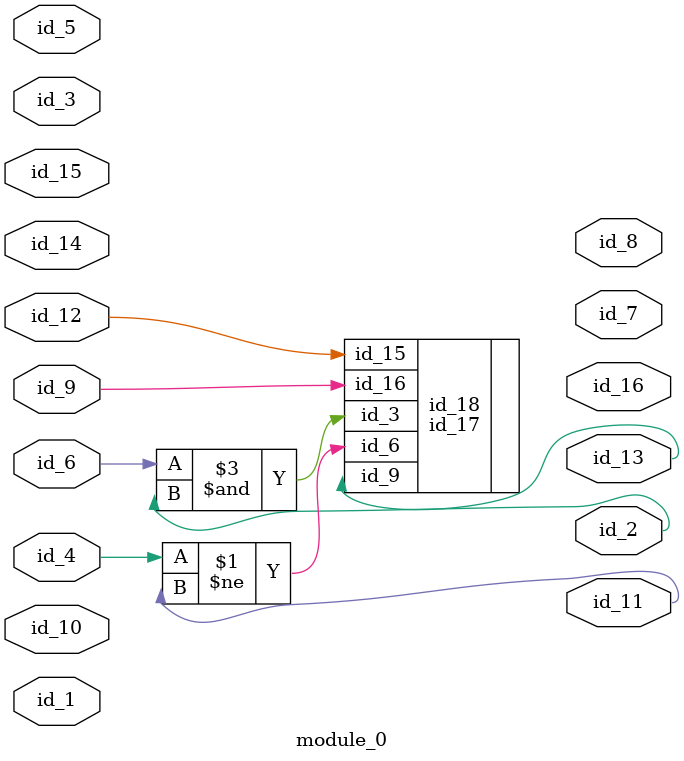
<source format=v>
module module_0 (
    id_1,
    id_2,
    id_3,
    id_4,
    id_5,
    id_6,
    id_7,
    id_8,
    id_9,
    id_10,
    id_11,
    id_12,
    id_13,
    id_14,
    id_15,
    id_16
);
  output id_16;
  input id_15;
  input id_14;
  output id_13;
  input id_12;
  output id_11;
  input id_10;
  input id_9;
  output id_8;
  output id_7;
  input id_6;
  input id_5;
  input id_4;
  input id_3;
  output id_2;
  input id_1;
  id_17 id_18 (
      .id_6 (id_4 != id_11),
      .id_3 (1),
      .id_16(id_9),
      .id_15(id_12),
      .id_3 (id_12),
      .id_9 (id_13),
      .id_3 (id_6 & id_2)
  );
endmodule

</source>
